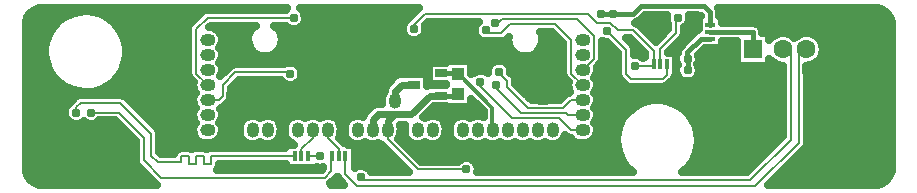
<source format=gbr>
G04 DipTrace 2.4.0.2*
%INBottom.gbr*%
%MOIN*%
%ADD15C,0.0079*%
%ADD16C,0.0157*%
%ADD17C,0.0236*%
%ADD20C,0.0118*%
%ADD21C,0.025*%
%ADD24R,0.0394X0.0433*%
%ADD27C,0.0886*%
%ADD28R,0.063X0.063*%
%ADD29C,0.063*%
%ADD30C,0.1378*%
%ADD33C,0.0492*%
%ADD34C,0.061*%
%ADD36O,0.0512X0.0416*%
%ADD37O,0.0416X0.0512*%
%ADD40R,0.016X0.032*%
%ADD41R,0.032X0.016*%
%ADD45R,0.0413X0.0256*%
%ADD47C,0.031*%
%FSLAX44Y44*%
G04*
G70*
G90*
G75*
G01*
%LNBottom*%
%LPD*%
X16315Y6065D2*
D15*
Y5752D1*
X17315Y4752D1*
X18940D1*
X18112Y7210D2*
D16*
X18622D1*
X18678Y7265D1*
X16315Y6065D2*
D17*
Y6362D1*
X16543Y6590D1*
X17101D1*
X17720Y7210D1*
X18112D1*
X16543Y6590D2*
X15993D1*
X15817Y6414D1*
Y6067D1*
X15815Y6065D1*
X25627Y8252D2*
D15*
Y7914D1*
X25489Y7776D1*
X24417D1*
X24272Y7921D1*
Y8734D1*
X23628Y9378D1*
X26315Y8440D2*
D16*
X26309Y8446D1*
Y8653D1*
X26772Y9116D1*
X27071D1*
X26315Y8065D2*
Y8440D1*
X23440Y9940D2*
X23815D1*
X24503D1*
X24753Y10190D1*
X26878D1*
X27071Y9998D1*
Y9556D1*
X11315Y6065D2*
D15*
Y6996D1*
X11662Y7342D1*
X11455Y8690D2*
X11658D1*
X11986Y8362D1*
X13368D1*
X14802Y6928D1*
Y6527D1*
Y6078D1*
X14815Y6065D1*
X21690Y8690D2*
Y7545D1*
X21480Y7334D1*
X11662Y7342D2*
X12037D1*
X12815Y6565D1*
Y6523D1*
Y6065D1*
Y6523D2*
X14802Y6527D1*
Y6928D2*
Y8722D1*
X14029Y9495D1*
X21690Y8690D2*
Y8502D1*
X14770D1*
X14029Y9495D1*
X13190Y9815D2*
X10315D1*
X9940Y9440D1*
Y7940D1*
X10315Y7565D1*
X13065Y7940D2*
Y7995D1*
X11245D1*
X10815Y7565D1*
Y7190D1*
X10690Y7065D1*
X10315D1*
X19910Y9619D2*
Y9534D1*
X20135Y9759D1*
X22620D1*
X23190Y9190D1*
Y8440D1*
X22815Y8065D1*
X19607Y9397D2*
Y9297D1*
X20102D1*
X20410Y9605D1*
X21899D1*
X22440Y9065D1*
Y7940D1*
X22815Y7565D1*
X20034Y8005D2*
X20008D1*
X20294Y7718D1*
Y7498D1*
X21002Y6791D1*
X22166D1*
X22440Y7065D1*
X22815D1*
X19919Y7566D2*
Y7461D1*
X20750Y6630D1*
X22250D1*
X22315Y6565D1*
X22815D1*
X19407Y7673D2*
Y7537D1*
X20469Y6476D1*
X22029D1*
X22440Y6065D1*
X22815D1*
X13660Y5190D2*
X14065D1*
X29440Y8706D2*
X29489Y8755D1*
X15422Y4489D2*
Y4395D1*
X28413D1*
X29761Y5743D1*
Y8755D1*
X29489D1*
X28505D2*
D16*
Y9336D1*
X27071D1*
X5940Y6650D2*
D15*
Y6824D1*
X6093Y6977D1*
X7403D1*
X8440Y5940D1*
Y5214D1*
X8649Y5006D1*
X9438D1*
Y5190D1*
X9690D1*
Y4940D1*
X9940D1*
Y5190D1*
X10190D1*
Y4940D1*
X10440D1*
Y5190D1*
X13220D1*
X6440Y6650D2*
X7355D1*
X8190Y5815D1*
Y5057D1*
X8770Y4477D1*
X14227D1*
X14440Y4690D1*
Y5160D1*
X14470Y5190D1*
X17190Y9440D2*
Y9565D1*
X17565Y9940D1*
X22991D1*
X23286Y9645D1*
X23745D1*
X24005Y9385D1*
X24495D1*
X25187Y8692D1*
Y8252D1*
X24565Y8190D2*
X25125D1*
X25187Y8252D1*
X18112Y7958D2*
D16*
X18655D1*
X18678Y7935D1*
D20*
X18680D1*
X19804Y6810D1*
Y6075D1*
X19815Y6065D1*
X30315Y8716D2*
D15*
X30276Y8755D1*
X14910Y5190D2*
Y4586D1*
X15307Y4189D1*
X28570D1*
X30016Y5635D1*
Y8672D1*
X30359D1*
X30276Y8755D1*
X25407Y8252D2*
Y8782D1*
X25941Y9315D1*
Y9751D1*
X25999Y9809D1*
X16561Y7050D2*
D17*
Y7361D1*
X16783Y7584D1*
X17206D1*
X14315Y6065D2*
D15*
Y5815D1*
X14690Y5440D1*
Y5190D1*
X13815Y6065D2*
Y5815D1*
X13440Y5440D1*
Y5190D1*
D47*
X23815Y9940D3*
X23440D3*
X26315Y8440D3*
Y8065D3*
X25999Y9809D3*
X14065Y5190D3*
X15422Y4489D3*
X17190Y9440D3*
X5940Y6650D3*
X6440D3*
X19910Y9619D3*
X19607Y9397D3*
X19407Y7673D3*
X19919Y7566D3*
X20034Y8005D3*
X18940Y4752D3*
X13190Y9815D3*
X13065Y7940D3*
X14029Y9495D3*
X24565Y8190D3*
X23628Y9378D3*
X4366Y9879D2*
D21*
X5621D1*
X6882D2*
X9981D1*
X13589D2*
X17106D1*
X24894D2*
X25602D1*
X26398D2*
X26734D1*
X27398D2*
X33016D1*
X4277Y9630D2*
X5277D1*
X7226D2*
X9731D1*
X13546D2*
X16836D1*
X17652D2*
X19281D1*
X24616D2*
X25641D1*
X26359D2*
X26660D1*
X28605D2*
X33102D1*
X4277Y9381D2*
X5078D1*
X7421D2*
X9652D1*
X10683D2*
X11727D1*
X12722D2*
X16789D1*
X17589D2*
X19203D1*
X24898D2*
X25609D1*
X26230D2*
X26602D1*
X28831D2*
X33102D1*
X4277Y9133D2*
X4961D1*
X7542D2*
X9652D1*
X10816D2*
X11641D1*
X12808D2*
X16941D1*
X17437D2*
X19309D1*
X21488D2*
X21973D1*
X25144D2*
X25359D1*
X26156D2*
X26338D1*
X30687D2*
X33102D1*
X4277Y8884D2*
X4895D1*
X7605D2*
X9652D1*
X10781D2*
X11676D1*
X12773D2*
X20359D1*
X21452D2*
X22152D1*
X23480D2*
X23723D1*
X24515D2*
X24598D1*
X25909D2*
X26088D1*
X27480D2*
X27941D1*
X30824D2*
X33102D1*
X4277Y8635D2*
X4879D1*
X7620D2*
X9652D1*
X10816D2*
X11863D1*
X12585D2*
X20547D1*
X21265D2*
X22152D1*
X23480D2*
X23973D1*
X24562D2*
X24848D1*
X26745D2*
X27941D1*
X30827D2*
X33102D1*
X4277Y8387D2*
X4910D1*
X7593D2*
X9652D1*
X10781D2*
X22152D1*
X23472D2*
X23984D1*
X26714D2*
X27941D1*
X30695D2*
X33102D1*
X4277Y8138D2*
X4992D1*
X7511D2*
X9652D1*
X10816D2*
X10988D1*
X13413D2*
X17656D1*
X19124D2*
X19652D1*
X20413D2*
X22152D1*
X23316D2*
X23984D1*
X26714D2*
X29473D1*
X30304D2*
X33102D1*
X4277Y7889D2*
X5133D1*
X7370D2*
X9656D1*
X13464D2*
X16602D1*
X20519D2*
X22156D1*
X23284D2*
X23984D1*
X26675D2*
X29473D1*
X30304D2*
X33102D1*
X4277Y7640D2*
X5363D1*
X7136D2*
X9816D1*
X11288D2*
X12805D1*
X13324D2*
X16332D1*
X20581D2*
X22316D1*
X23312D2*
X24152D1*
X25753D2*
X29473D1*
X30304D2*
X33102D1*
X4277Y7392D2*
X5820D1*
X6683D2*
X9844D1*
X11105D2*
X16195D1*
X20800D2*
X22344D1*
X23284D2*
X29473D1*
X30304D2*
X33102D1*
X4277Y7143D2*
X5859D1*
X7636D2*
X9816D1*
X11101D2*
X16106D1*
X21046D2*
X22121D1*
X23312D2*
X29473D1*
X30304D2*
X33102D1*
X4277Y6894D2*
X5625D1*
X7882D2*
X9844D1*
X10917D2*
X15809D1*
X19124D2*
X19293D1*
X23284D2*
X24617D1*
X26003D2*
X29473D1*
X30304D2*
X33102D1*
X4277Y6646D2*
X5535D1*
X8132D2*
X9816D1*
X10812D2*
X15539D1*
X17667D2*
X19496D1*
X23312D2*
X24305D1*
X26320D2*
X29473D1*
X30304D2*
X33102D1*
X4277Y6397D2*
X5633D1*
X8382D2*
X9844D1*
X10784D2*
X11465D1*
X12667D2*
X12965D1*
X14667D2*
X14965D1*
X18167D2*
X18465D1*
X23284D2*
X24117D1*
X26503D2*
X29473D1*
X30304D2*
X33102D1*
X4277Y6148D2*
X7457D1*
X8628D2*
X9816D1*
X10812D2*
X11359D1*
X12773D2*
X12859D1*
X14773D2*
X14859D1*
X16773D2*
X16859D1*
X18273D2*
X18359D1*
X23312D2*
X24008D1*
X26616D2*
X29473D1*
X30304D2*
X33102D1*
X4277Y5900D2*
X7707D1*
X8730D2*
X9844D1*
X10788D2*
X11375D1*
X12757D2*
X12875D1*
X14757D2*
X14875D1*
X16757D2*
X16875D1*
X18257D2*
X18375D1*
X23288D2*
X23949D1*
X26671D2*
X29473D1*
X30304D2*
X33102D1*
X4277Y5651D2*
X7902D1*
X8730D2*
X10117D1*
X10515D2*
X11559D1*
X12570D2*
X13059D1*
X14878D2*
X15059D1*
X16816D2*
X17059D1*
X18070D2*
X18559D1*
X22070D2*
X22617D1*
X23015D2*
X23941D1*
X26683D2*
X29270D1*
X30304D2*
X33102D1*
X4277Y5402D2*
X7902D1*
X8730D2*
X9258D1*
X15238D2*
X16266D1*
X17062D2*
X23981D1*
X26644D2*
X29024D1*
X30183D2*
X33102D1*
X4277Y5154D2*
X7902D1*
X15238D2*
X16516D1*
X17312D2*
X24066D1*
X26554D2*
X28774D1*
X29933D2*
X33102D1*
X4277Y4905D2*
X7949D1*
X10726D2*
X12891D1*
X15238D2*
X16766D1*
X19312D2*
X24219D1*
X26406D2*
X28524D1*
X29683D2*
X33102D1*
X4292Y4656D2*
X8191D1*
X29437D2*
X33086D1*
X4429Y4408D2*
X8441D1*
X14554D2*
X14694D1*
X29187D2*
X32953D1*
X21451Y8960D2*
X21410Y8842D1*
X21344Y8736D1*
X21256Y8648D1*
X21150Y8581D1*
X21033Y8539D1*
X20909Y8524D1*
X20785Y8537D1*
X20667Y8578D1*
X20561Y8643D1*
X20472Y8731D1*
X20404Y8836D1*
X20362Y8953D1*
X20346Y9077D1*
X20357Y9181D1*
X20288Y9110D1*
X20180Y9045D1*
X20102Y9033D1*
X19702Y9030D1*
X19579Y9019D1*
X19458Y9049D1*
X19353Y9116D1*
X19275Y9213D1*
X19234Y9330D1*
X19232Y9455D1*
X19271Y9573D1*
X19349Y9675D1*
X17674Y9676D1*
X17550Y9552D1*
X17569Y9440D1*
X17549Y9317D1*
X17490Y9208D1*
X17399Y9123D1*
X17285Y9072D1*
X17161Y9061D1*
X17040Y9091D1*
X16936Y9158D1*
X16858Y9255D1*
X16816Y9373D1*
X16815Y9497D1*
X16853Y9615D1*
X16928Y9715D1*
X17042Y9788D1*
X17376Y10124D1*
X13413Y10123D1*
X13484Y10055D1*
X13546Y9947D1*
X13569Y9815D1*
X13549Y9692D1*
X13490Y9583D1*
X13399Y9498D1*
X13285Y9447D1*
X13161Y9436D1*
X13040Y9466D1*
X12923Y9548D1*
X12530Y9551D1*
X12654Y9442D1*
X12722Y9338D1*
X12766Y9221D1*
X12784Y9084D1*
X12770Y8960D1*
X12729Y8842D1*
X12662Y8736D1*
X12575Y8648D1*
X12469Y8581D1*
X12352Y8539D1*
X12228Y8524D1*
X12104Y8537D1*
X11986Y8578D1*
X11879Y8643D1*
X11790Y8731D1*
X11723Y8836D1*
X11681Y8953D1*
X11665Y9077D1*
X11677Y9201D1*
X11717Y9319D1*
X11782Y9426D1*
X11869Y9515D1*
X11924Y9551D1*
X10420D1*
X10372Y9498D1*
X10448Y9489D1*
X10565Y9447D1*
X10666Y9373D1*
X10741Y9274D1*
X10785Y9158D1*
X10795Y9065D1*
X10777Y8942D1*
X10712Y8814D1*
X10741Y8774D1*
X10785Y8658D1*
X10795Y8565D1*
X10777Y8442D1*
X10712Y8314D1*
X10741Y8274D1*
X10785Y8158D1*
X10795Y8065D1*
X10777Y7942D1*
X10743Y7867D1*
X11058Y8181D1*
X11167Y8247D1*
X11245Y8259D1*
X12858D1*
X12906Y8285D1*
X13026Y8317D1*
X13150Y8310D1*
X13265Y8262D1*
X13359Y8180D1*
X13421Y8072D1*
X13444Y7940D1*
X13424Y7817D1*
X13365Y7708D1*
X13274Y7623D1*
X13160Y7572D1*
X13036Y7561D1*
X12915Y7591D1*
X12811Y7658D1*
X12755Y7728D1*
X11440Y7731D1*
X11350D1*
X11081Y7457D1*
X11079Y7190D1*
X11047Y7067D1*
X11065Y7106D1*
X11002Y7003D1*
X10877Y6878D1*
X10766Y6812D1*
X10741Y6774D1*
X10785Y6658D1*
X10795Y6565D1*
X10777Y6442D1*
X10712Y6314D1*
X10741Y6274D1*
X10785Y6158D1*
X10795Y6065D1*
X10777Y5942D1*
X10725Y5829D1*
X10643Y5735D1*
X10537Y5669D1*
X10417Y5636D1*
X10363Y5632D1*
X10197Y5638D1*
X10078Y5676D1*
X9975Y5745D1*
X9896Y5842D1*
X9848Y5957D1*
X9835Y6081D1*
X9857Y6203D1*
X9916Y6317D1*
X9896Y6342D1*
X9848Y6457D1*
X9835Y6581D1*
X9857Y6703D1*
X9916Y6817D1*
X9896Y6842D1*
X9848Y6957D1*
X9835Y7081D1*
X9857Y7203D1*
X9916Y7317D1*
X9896Y7342D1*
X9848Y7457D1*
X9835Y7581D1*
X9849Y7661D1*
X9753Y7753D1*
X9688Y7862D1*
X9676Y7940D1*
Y9440D1*
X9706Y9563D1*
X9753Y9627D1*
X10128Y10002D1*
X10237Y10067D1*
X10315Y10079D1*
X12920D1*
X12976Y10123D1*
X4709Y10121D1*
X4557Y10076D1*
X4402Y9973D1*
X4303Y9821D1*
X4250Y9666D1*
X4253Y4698D1*
X4303Y4557D1*
X4407Y4402D1*
X4559Y4303D1*
X4713Y4251D1*
X8635Y4250D1*
X8495Y4379D1*
X8003Y4870D1*
X7938Y4979D1*
X7926Y5057D1*
Y5709D1*
X7473Y6159D1*
X7244Y6388D1*
X6710Y6386D1*
X6649Y6333D1*
X6535Y6282D1*
X6411Y6271D1*
X6290Y6301D1*
X6189Y6366D1*
X6149Y6333D1*
X6035Y6282D1*
X5911Y6271D1*
X5790Y6301D1*
X5686Y6368D1*
X5608Y6465D1*
X5566Y6582D1*
X5565Y6707D1*
X5603Y6825D1*
X5678Y6925D1*
X5707Y6944D1*
X5753Y7010D1*
X5906Y7163D1*
X6015Y7229D1*
X6093Y7241D1*
X7403D1*
X7526Y7210D1*
X7590Y7163D1*
X8627Y6127D1*
X8692Y6018D1*
X8704Y5940D1*
Y5327D1*
X8756Y5271D1*
X9184Y5270D1*
X9253Y5379D1*
X9359Y5442D1*
X9438Y5454D1*
X9690D1*
X9813Y5422D1*
X9777Y5438D1*
X9940Y5454D1*
X10190D1*
X10313Y5422D1*
X10277Y5438D1*
X10440Y5454D1*
X12912D1*
X12915Y5574D1*
X13209D1*
X13023Y5698D1*
X12944Y5794D1*
X12896Y5909D1*
X12882Y6017D1*
X12886Y6113D1*
X12905Y6251D1*
X12961Y6362D1*
X13047Y6452D1*
X13155Y6515D1*
X13276Y6544D1*
X13400Y6537D1*
X13518Y6495D1*
X13558Y6465D1*
X13655Y6515D1*
X13776Y6544D1*
X13900Y6537D1*
X14018Y6495D1*
X14058Y6465D1*
X14155Y6515D1*
X14276Y6544D1*
X14400Y6537D1*
X14518Y6495D1*
X14618Y6421D1*
X14693Y6322D1*
X14737Y6206D1*
X14748Y6113D1*
X14744Y6017D1*
X14730Y5894D1*
X14692Y5812D1*
X14881Y5621D1*
X14980Y5574D1*
X15214D1*
Y4807D1*
X15263Y4834D1*
X15383Y4867D1*
X15507Y4859D1*
X15622Y4812D1*
X15716Y4730D1*
X15756Y4659D1*
X17035D1*
X16124Y5571D1*
X15989Y5621D1*
X15869Y5588D1*
X15745Y5590D1*
X15626Y5628D1*
X15571Y5665D1*
X15489Y5621D1*
X15369Y5588D1*
X15245Y5590D1*
X15126Y5628D1*
X15023Y5698D1*
X14944Y5794D1*
X14896Y5909D1*
X14882Y6017D1*
X14886Y6113D1*
X14905Y6251D1*
X14961Y6362D1*
X15047Y6452D1*
X15155Y6515D1*
X15276Y6544D1*
X15400Y6537D1*
X15485Y6507D1*
X15565Y6645D1*
X15751Y6833D1*
X15853Y6903D1*
X15993Y6933D1*
X16137D1*
X16128Y7097D1*
X16151Y7236D1*
X16220Y7361D1*
X16240Y7484D1*
X16318Y7604D1*
X16540Y7826D1*
X16643Y7896D1*
X16767Y7925D1*
X16775Y7936D1*
X17637D1*
Y7542D1*
X17680Y7562D1*
X18255D1*
X18256Y7602D1*
X17680Y7605D1*
Y8310D1*
X18255D1*
X18256Y8376D1*
X19099D1*
Y7919D1*
X19249Y8018D1*
X19369Y8051D1*
X19493Y8043D1*
X19608Y7996D1*
X19658Y7952D1*
X19659Y8062D1*
X19698Y8180D1*
X19773Y8280D1*
X19875Y8350D1*
X19996Y8383D1*
X20120Y8375D1*
X20235Y8327D1*
X20328Y8245D1*
X20390Y8137D1*
X20414Y8005D1*
X20409Y7978D1*
X20481Y7905D1*
X20547Y7796D1*
X20558Y7718D1*
Y7605D1*
X21114Y7052D1*
X22002Y7055D1*
X22060D1*
X22253Y7252D1*
X22364Y7317D1*
X22396Y7342D1*
X22348Y7457D1*
X22335Y7581D1*
X22349Y7661D1*
X22253Y7753D1*
X22188Y7862D1*
X22176Y7940D1*
Y8959D1*
X21792Y9339D1*
X21403Y9341D1*
X21447Y9221D1*
X21465Y9084D1*
X21451Y8960D1*
X28805Y9294D2*
X29044D1*
Y9064D1*
X29112Y9141D1*
X29210Y9217D1*
X29324Y9269D1*
X29446Y9293D1*
X29571Y9288D1*
X29691Y9255D1*
X29801Y9195D1*
X29879Y9125D1*
X29998Y9217D1*
X30111Y9269D1*
X30234Y9293D1*
X30358Y9288D1*
X30479Y9255D1*
X30588Y9195D1*
X30681Y9112D1*
X30752Y9009D1*
X30798Y8893D1*
X30816Y8755D1*
X30801Y8631D1*
X30759Y8514D1*
X30691Y8409D1*
X30600Y8323D1*
X30493Y8260D1*
X30373Y8224D1*
X30276Y8218D1*
X30280Y7672D1*
Y5635D1*
X30249Y5512D1*
X30202Y5448D1*
X29001Y4247D1*
X30444Y4249D1*
X32675D1*
X32821Y4302D1*
X32977Y4407D1*
X33077Y4559D1*
X33129Y4710D1*
X33126Y9667D1*
X33076Y9823D1*
X32973Y9977D1*
X32821Y10077D1*
X32670Y10127D1*
X27342Y10126D1*
X27364Y10075D1*
X27374Y9873D1*
Y9861D1*
X27455Y9860D1*
Y9636D1*
X28505Y9639D1*
X28626Y9614D1*
X28727Y9542D1*
X28798Y9413D1*
X28808Y9293D1*
X29044Y8447D2*
Y8215D1*
X27965D1*
Y9032D1*
X27451Y9031D1*
X27455Y8811D1*
X26897D1*
X26669Y8584D1*
X26694Y8440D1*
X26674Y8317D1*
X26643Y8259D1*
X26671Y8197D1*
X26694Y8065D1*
X26674Y7942D1*
X26615Y7833D1*
X26524Y7748D1*
X26410Y7697D1*
X26286Y7686D1*
X26165Y7716D1*
X26061Y7783D1*
X25983Y7880D1*
X25941Y7998D1*
X25940Y8122D1*
X25985Y8250D1*
X25941Y8373D1*
X25940Y8497D1*
X25978Y8615D1*
X26004Y8650D1*
X26008Y8688D1*
X26047Y8806D1*
X26183Y8956D1*
X26557Y9330D1*
X26665Y9399D1*
X26690Y9420D1*
X26686Y9860D1*
X26768D1*
X26628Y9887D1*
X26367D1*
X26378Y9809D1*
X26358Y9687D1*
X26299Y9577D1*
X26204Y9491D1*
X26205Y9315D1*
X26174Y9192D1*
X26127Y9128D1*
X25672Y8673D1*
X25671Y8637D1*
X25932D1*
Y7868D1*
X25889D1*
X25861Y7791D1*
X25814Y7727D1*
X25676Y7589D1*
X25567Y7524D1*
X25489Y7512D1*
X24417D1*
X24294Y7542D1*
X24230Y7589D1*
X24085Y7734D1*
X24020Y7843D1*
X24008Y7921D1*
Y8628D1*
X23635Y8997D1*
X23478Y9029D1*
X23455Y9043D1*
X23454Y8440D1*
X23423Y8317D1*
X23377Y8253D1*
X23285Y8158D1*
X23295Y8065D1*
X23277Y7942D1*
X23212Y7814D1*
X23241Y7774D1*
X23285Y7658D1*
X23295Y7565D1*
X23277Y7442D1*
X23212Y7314D1*
X23241Y7274D1*
X23285Y7158D1*
X23295Y7065D1*
X23277Y6942D1*
X23212Y6814D1*
X23241Y6774D1*
X23285Y6658D1*
X23295Y6565D1*
X23277Y6442D1*
X23212Y6314D1*
X23241Y6274D1*
X23285Y6158D1*
X23295Y6065D1*
X23277Y5942D1*
X23225Y5829D1*
X23143Y5735D1*
X23037Y5669D1*
X22917Y5636D1*
X22863Y5632D1*
X22697Y5638D1*
X22578Y5676D1*
X22475Y5745D1*
X22428Y5803D1*
X22317Y5831D1*
X22234Y5898D1*
X22177Y5781D1*
X22095Y5687D1*
X21989Y5621D1*
X21869Y5588D1*
X21745Y5590D1*
X21626Y5628D1*
X21571Y5665D1*
X21489Y5621D1*
X21369Y5588D1*
X21245Y5590D1*
X21126Y5628D1*
X21071Y5665D1*
X20989Y5621D1*
X20869Y5588D1*
X20745Y5590D1*
X20626Y5628D1*
X20571Y5665D1*
X20489Y5621D1*
X20369Y5588D1*
X20245Y5590D1*
X20126Y5628D1*
X20071Y5665D1*
X19989Y5621D1*
X19869Y5588D1*
X19745Y5590D1*
X19626Y5628D1*
X19571Y5665D1*
X19489Y5621D1*
X19369Y5588D1*
X19245Y5590D1*
X19126Y5628D1*
X19071Y5665D1*
X18989Y5621D1*
X18869Y5588D1*
X18745Y5590D1*
X18626Y5628D1*
X18523Y5698D1*
X18444Y5794D1*
X18396Y5909D1*
X18382Y6017D1*
X18386Y6113D1*
X18405Y6251D1*
X18461Y6362D1*
X18547Y6452D1*
X18655Y6515D1*
X18776Y6544D1*
X18900Y6537D1*
X19018Y6495D1*
X19058Y6465D1*
X19155Y6515D1*
X19276Y6544D1*
X19400Y6537D1*
X19521Y6493D1*
X19515Y6698D1*
X19098Y7115D1*
X19099Y6824D1*
X18256D1*
Y6859D1*
X17852Y6857D1*
X17501Y6506D1*
X17558Y6465D1*
X17655Y6515D1*
X17776Y6544D1*
X17900Y6537D1*
X18018Y6495D1*
X18118Y6421D1*
X18193Y6322D1*
X18237Y6206D1*
X18248Y6113D1*
X18244Y6017D1*
X18230Y5894D1*
X18177Y5781D1*
X18095Y5687D1*
X17989Y5621D1*
X17869Y5588D1*
X17745Y5590D1*
X17626Y5628D1*
X17571Y5665D1*
X17489Y5621D1*
X17369Y5588D1*
X17245Y5590D1*
X17126Y5628D1*
X17023Y5698D1*
X16944Y5794D1*
X16896Y5909D1*
X16882Y6017D1*
X16886Y6113D1*
X16904Y6247D1*
X16722Y6248D1*
X16737Y6206D1*
X16748Y6113D1*
X16744Y6017D1*
X16730Y5894D1*
X16670Y5772D1*
X17427Y5013D1*
X18065Y5016D1*
X18670D1*
X18781Y5097D1*
X18901Y5130D1*
X19025Y5122D1*
X19140Y5074D1*
X19234Y4992D1*
X19296Y4884D1*
X19320Y4752D1*
X19304Y4656D1*
X21672Y4659D1*
X24489D1*
X24306Y4829D1*
X24158Y5030D1*
X24050Y5255D1*
X23984Y5496D1*
X23965Y5744D1*
X23991Y5993D1*
X24063Y6232D1*
X24178Y6453D1*
X24332Y6650D1*
X24520Y6815D1*
X24734Y6942D1*
X24969Y7028D1*
X25215Y7069D1*
X25465Y7064D1*
X25709Y7012D1*
X25940Y6917D1*
X26149Y6780D1*
X26329Y6608D1*
X26474Y6405D1*
X26580Y6179D1*
X26642Y5937D1*
X26658Y5725D1*
X26635Y5477D1*
X26566Y5237D1*
X26455Y5014D1*
X26304Y4815D1*
X26134Y4660D1*
X28300Y4659D1*
X29198Y5554D1*
X29500Y5855D1*
X29497Y7118D1*
Y8216D1*
X29338Y8237D1*
X29223Y8285D1*
X29123Y8358D1*
X29044Y8450D1*
X11385Y6109D2*
X11405Y6251D1*
X11461Y6362D1*
X11547Y6452D1*
X11655Y6515D1*
X11776Y6544D1*
X11900Y6537D1*
X12018Y6495D1*
X12058Y6465D1*
X12155Y6515D1*
X12276Y6544D1*
X12400Y6537D1*
X12518Y6495D1*
X12618Y6421D1*
X12693Y6322D1*
X12737Y6206D1*
X12748Y6113D1*
X12744Y6017D1*
X12730Y5894D1*
X12677Y5781D1*
X12595Y5687D1*
X12489Y5621D1*
X12369Y5588D1*
X12245Y5590D1*
X12126Y5628D1*
X12071Y5665D1*
X11989Y5621D1*
X11869Y5588D1*
X11745Y5590D1*
X11626Y5628D1*
X11523Y5698D1*
X11444Y5794D1*
X11396Y5909D1*
X11382Y6017D1*
X11386Y6113D1*
X13964Y4824D2*
Y4805D1*
X13355Y4809D1*
X13244Y4805D1*
X13135Y4809D1*
X13024Y4805D1*
X12915D1*
Y4926D1*
X10700D1*
X10690Y4856D1*
X10621Y4749D1*
X10645Y4741D1*
X14117D1*
X14176Y4799D1*
X14165Y4805D1*
X14160Y4822D1*
X14036Y4811D1*
X13964Y4829D1*
X25679Y9610D2*
X25625Y9742D1*
X25629Y9885D1*
X24882Y9887D1*
X24717Y9725D1*
X24610Y9657D1*
X24577Y9646D1*
X24682Y9572D1*
X25253Y9000D1*
X25676Y9424D1*
X25677Y9608D1*
X24538Y8567D2*
X24651Y8560D1*
X24766Y8512D1*
X24833Y8453D1*
X24883Y8493D1*
Y8624D1*
X24385Y9122D1*
X24257Y9121D1*
X24458Y8920D1*
X24524Y8812D1*
X24536Y8734D1*
Y8566D1*
X7592Y8550D2*
X7546Y8305D1*
X7455Y8072D1*
X7323Y7861D1*
X7155Y7677D1*
X6955Y7527D1*
X6731Y7417D1*
X6490Y7350D1*
X6242Y7329D1*
X5993Y7353D1*
X5754Y7424D1*
X5531Y7537D1*
X5334Y7689D1*
X5167Y7876D1*
X5038Y8089D1*
X4951Y8323D1*
X4908Y8569D1*
X4912Y8819D1*
X4961Y9064D1*
X5055Y9295D1*
X5190Y9505D1*
X5362Y9687D1*
X5564Y9833D1*
X5789Y9940D1*
X6031Y10004D1*
X6280Y10022D1*
X6528Y9993D1*
X6766Y9920D1*
X6987Y9803D1*
X7182Y9648D1*
X7346Y9460D1*
X7472Y9244D1*
X7556Y9009D1*
X7595Y8762D1*
X7592Y8550D1*
X14538Y4415D2*
X14408Y4286D1*
X14444Y4250D1*
X14870D1*
X14723Y4399D1*
X14657Y4510D1*
X14627Y4503D1*
X14538Y4415D1*
D27*
X21480Y7334D3*
X11455Y8690D3*
X11662Y7342D3*
X21690Y8690D3*
D28*
X28505Y8755D3*
D29*
X29489D3*
X30276D3*
X31261D3*
D30*
X27296Y7688D3*
X32469D3*
D33*
X5342Y5565D3*
X7311D3*
D34*
X4949Y4502D3*
X7705D3*
D36*
X10315Y9065D3*
Y8565D3*
Y8065D3*
Y7565D3*
Y7065D3*
Y6565D3*
Y6065D3*
D37*
X11315D3*
X11815D3*
X12315D3*
X12815D3*
X13315D3*
X13815D3*
X14315D3*
X14815D3*
X15315D3*
X15815D3*
X16315D3*
X16815D3*
X17315D3*
X17815D3*
X18315D3*
X18815D3*
X19315D3*
X19815D3*
X20315D3*
X20815D3*
X21315D3*
X21815D3*
D36*
X22815D3*
Y6565D3*
Y7065D3*
Y7565D3*
Y8065D3*
Y8565D3*
Y9065D3*
D40*
X13660Y5190D3*
X13440D3*
X13220D3*
X14470D3*
X14690D3*
X14910D3*
D41*
X27071Y9116D3*
Y9336D3*
Y9556D3*
D40*
X25627Y8252D3*
X25407D3*
X25187D3*
D37*
X16561Y7050D3*
D45*
X18112Y7958D3*
Y7210D3*
X17206Y7584D3*
D24*
X18678Y7935D3*
Y7265D3*
M02*

</source>
